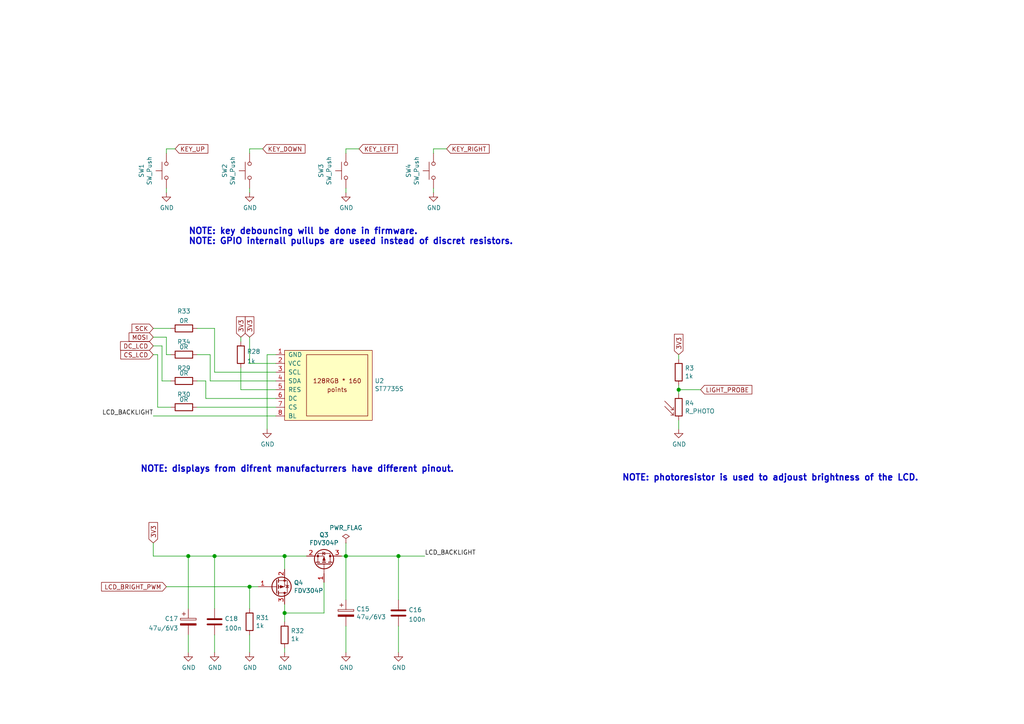
<source format=kicad_sch>
(kicad_sch (version 20210621) (generator eeschema)
  (paper "A4")
  (lib_symbols
    (symbol "Device:C" (pin_numbers hide) (pin_names (offset 0.254))
      (property "Reference" "C" (at 0.635 2.54 0))
      (property "Value" "C" (at 0.635 -2.54 0))
      (symbol "C_0_1"
        (polyline (pts (xy -2.032 -0.762) (xy 2.032 -0.762)) (stroke (width 0.508)))
        (polyline (pts (xy -2.032 0.762) (xy 2.032 0.762)) (stroke (width 0.508)))
      )
      (symbol "C_1_1"
        (pin passive line (at 0 3.81 270) (length 2.794) (name "~") (number "1"))
        (pin passive line (at 0 -3.81 90) (length 2.794) (name "~") (number "2"))
      )
    )
    (symbol "Device:CP" (pin_numbers hide) (pin_names (offset 0.254))
      (property "Reference" "C" (at 0.635 2.54 0))
      (property "Value" "CP" (at 0.635 -2.54 0))
      (symbol "CP_0_1"
        (rectangle (start -2.286 0.508) (end 2.286 1.016))
        (rectangle (start 2.286 -0.508) (end -2.286 -1.016) (fill (type outline)))
        (polyline (pts (xy -1.778 2.286) (xy -0.762 2.286)))
        (polyline (pts (xy -1.27 2.794) (xy -1.27 1.778)))
      )
      (symbol "CP_1_1"
        (pin passive line (at 0 3.81 270) (length 2.794) (name "~") (number "1"))
        (pin passive line (at 0 -3.81 90) (length 2.794) (name "~") (number "2"))
      )
    )
    (symbol "Device:Q_PMOS_GSD" (pin_names (offset 0) hide)
      (property "Reference" "Q" (at 5.08 1.27 0))
      (property "Value" "Q_PMOS_GSD" (at 5.08 -1.27 0))
      (symbol "Q_PMOS_GSD_0_1"
        (circle (center 1.651 0) (radius 2.794) (stroke (width 0.254)))
        (circle (center 2.54 -1.778) (radius 0.254) (fill (type outline)))
        (circle (center 2.54 1.778) (radius 0.254) (fill (type outline)))
        (polyline (pts (xy 0.254 0) (xy -2.54 0)))
        (polyline (pts (xy 0.254 1.905) (xy 0.254 -1.905)) (stroke (width 0.254)))
        (polyline (pts (xy 0.762 -1.27) (xy 0.762 -2.286)) (stroke (width 0.254)))
        (polyline (pts (xy 0.762 0.508) (xy 0.762 -0.508)) (stroke (width 0.254)))
        (polyline (pts (xy 0.762 2.286) (xy 0.762 1.27)) (stroke (width 0.254)))
        (polyline (pts (xy 2.54 2.54) (xy 2.54 1.778)))
        (polyline (pts (xy 2.54 -2.54) (xy 2.54 0) (xy 0.762 0)))
        (polyline (pts (xy 0.762 1.778) (xy 3.302 1.778) (xy 3.302 -1.778) (xy 0.762 -1.778)))
        (polyline (pts (xy 2.794 -0.508) (xy 2.921 -0.381) (xy 3.683 -0.381) (xy 3.81 -0.254)))
        (polyline (pts (xy 3.302 -0.381) (xy 2.921 0.254) (xy 3.683 0.254) (xy 3.302 -0.381)))
        (polyline (pts (xy 2.286 0) (xy 1.27 0.381) (xy 1.27 -0.381) (xy 2.286 0)) (fill (type outline)))
      )
      (symbol "Q_PMOS_GSD_1_1"
        (pin input line (at -5.08 0 0) (length 2.54) (name "G") (number "1"))
        (pin passive line (at 2.54 -5.08 90) (length 2.54) (name "S") (number "2"))
        (pin passive line (at 2.54 5.08 270) (length 2.54) (name "D") (number "3"))
      )
    )
    (symbol "Device:R" (pin_numbers hide) (pin_names (offset 0))
      (property "Reference" "R" (at 2.032 0 90))
      (property "Value" "R" (at 0 0 90))
      (symbol "R_0_1"
        (rectangle (start -1.016 -2.54) (end 1.016 2.54) (stroke (width 0.254)))
      )
      (symbol "R_1_1"
        (pin passive line (at 0 3.81 270) (length 1.27) (name "~") (number "1"))
        (pin passive line (at 0 -3.81 90) (length 1.27) (name "~") (number "2"))
      )
    )
    (symbol "Device:R_PHOTO" (pin_numbers hide) (pin_names (offset 0))
      (property "Reference" "R" (at 1.27 1.27 0))
      (property "Value" "R_PHOTO" (at 1.27 0 0))
      (symbol "R_PHOTO_0_1"
        (rectangle (start -1.016 2.54) (end 1.016 -2.54) (stroke (width 0.254)))
        (polyline (pts (xy -1.524 -2.286) (xy -4.064 0.254)))
        (polyline (pts (xy -1.524 -2.286) (xy -2.286 -2.286)))
        (polyline (pts (xy -1.524 -2.286) (xy -1.524 -1.524)))
        (polyline (pts (xy -1.524 -0.762) (xy -4.064 1.778)))
        (polyline (pts (xy -1.524 -0.762) (xy -2.286 -0.762)))
        (polyline (pts (xy -1.524 -0.762) (xy -1.524 0)))
      )
      (symbol "R_PHOTO_1_1"
        (pin passive line (at 0 3.81 270) (length 1.27) (name "~") (number "1"))
        (pin passive line (at 0 -3.81 90) (length 1.27) (name "~") (number "2"))
      )
    )
    (symbol "Logger:ST7735S" (pin_names (offset 1.016))
      (property "Reference" "U" (at 12.7 3.81 0))
      (property "Value" "ST7735S" (at 12.7 1.27 0))
      (symbol "ST7735S_0_0"
        (text "128RGB * 160" (at 15.24 -8.89 0) (effects (font (size 1.27 1.27))))
        (text "points" (at 15.24 -11.43 0) (effects (font (size 1.27 1.27))))
      )
      (symbol "ST7735S_0_1"
        (rectangle (start 6.35 -1.27) (end 24.13 -19.05))
        (rectangle (start 0 0) (end 25.4 -20.32) (fill (type background)))
      )
      (symbol "ST7735S_1_1"
        (pin input line (at -2.54 -1.27 0) (length 2.54) (name "GND") (number "1"))
        (pin power_in line (at -2.54 -3.81 0) (length 2.54) (name "VCC") (number "2"))
        (pin input line (at -2.54 -6.35 0) (length 2.54) (name "SCL") (number "3"))
        (pin input line (at -2.54 -8.89 0) (length 2.54) (name "SDA") (number "4"))
        (pin input line (at -2.54 -11.43 0) (length 2.54) (name "RES") (number "5"))
        (pin input line (at -2.54 -13.97 0) (length 2.54) (name "DC") (number "6"))
        (pin input line (at -2.54 -16.51 0) (length 2.54) (name "CS") (number "7"))
        (pin input line (at -2.54 -19.05 0) (length 2.54) (name "BL") (number "8"))
      )
    )
    (symbol "Switch:SW_Push" (pin_numbers hide) (pin_names (offset 1.016) hide)
      (property "Reference" "SW" (at 1.27 2.54 0))
      (property "Value" "SW_Push" (at 0 -1.524 0))
      (symbol "SW_Push_0_1"
        (circle (center -2.032 0) (radius 0.508))
        (circle (center 2.032 0) (radius 0.508))
        (polyline (pts (xy 0 1.27) (xy 0 3.048)))
        (polyline (pts (xy 2.54 1.27) (xy -2.54 1.27)))
        (pin passive line (at -5.08 0 0) (length 2.54) (name "1") (number "1"))
        (pin passive line (at 5.08 0 180) (length 2.54) (name "2") (number "2"))
      )
    )
    (symbol "power:GND" (power) (pin_names (offset 0))
      (property "Value" "GND" (at 0 -3.81 0))
      (symbol "GND_0_1"
        (polyline (pts (xy 0 0) (xy 0 -1.27) (xy 1.27 -1.27) (xy 0 -2.54) (xy -1.27 -1.27) (xy 0 -1.27)))
      )
      (symbol "GND_1_1"
        (pin power_in line (at 0 0 270) (length 0) hide (name "GND") (number "1"))
      )
    )
    (symbol "power:PWR_FLAG" (power) (pin_numbers hide) (pin_names (offset 0) hide)
      (property "Value" "PWR_FLAG" (at 0 3.81 0))
      (symbol "PWR_FLAG_0_0"
        (pin power_out line (at 0 0 90) (length 0) (name "pwr") (number "1"))
      )
      (symbol "PWR_FLAG_0_1"
        (polyline (pts (xy 0 0) (xy 0 1.27) (xy -1.016 1.905) (xy 0 2.54) (xy 1.016 1.905) (xy 0 1.27)))
      )
    )
  )
  (junction (at 54.61 161.29) (diameter 1.016))
  (junction (at 62.23 161.29) (diameter 1.016))
  (junction (at 72.39 170.18) (diameter 1.016))
  (junction (at 82.55 161.29) (diameter 1.016))
  (junction (at 82.55 177.8) (diameter 1.016))
  (junction (at 100.33 161.29) (diameter 1.016))
  (junction (at 115.57 161.29) (diameter 1.016))
  (junction (at 196.85 113.03) (diameter 1.016))
  (wire (pts (xy 44.45 95.25) (xy 49.53 95.25)))
  (wire (pts (xy 44.45 120.65) (xy 80.01 120.65)))
  (wire (pts (xy 44.45 161.29) (xy 44.45 157.48)))
  (wire (pts (xy 44.45 161.29) (xy 54.61 161.29)))
  (wire (pts (xy 45.72 102.87) (xy 44.45 102.87)))
  (wire (pts (xy 45.72 118.11) (xy 45.72 102.87)))
  (wire (pts (xy 46.99 100.33) (xy 44.45 100.33)))
  (wire (pts (xy 46.99 110.49) (xy 46.99 100.33)))
  (wire (pts (xy 48.26 43.18) (xy 48.26 44.45)))
  (wire (pts (xy 48.26 43.18) (xy 50.8 43.18)))
  (wire (pts (xy 48.26 55.88) (xy 48.26 54.61)))
  (wire (pts (xy 48.26 97.79) (xy 44.45 97.79)))
  (wire (pts (xy 48.26 102.87) (xy 48.26 97.79)))
  (wire (pts (xy 49.53 102.87) (xy 48.26 102.87)))
  (wire (pts (xy 49.53 110.49) (xy 46.99 110.49)))
  (wire (pts (xy 49.53 118.11) (xy 45.72 118.11)))
  (wire (pts (xy 54.61 161.29) (xy 62.23 161.29)))
  (wire (pts (xy 54.61 176.53) (xy 54.61 161.29)))
  (wire (pts (xy 54.61 189.23) (xy 54.61 184.15)))
  (wire (pts (xy 57.15 95.25) (xy 62.23 95.25)))
  (wire (pts (xy 57.15 118.11) (xy 80.01 118.11)))
  (wire (pts (xy 59.69 110.49) (xy 57.15 110.49)))
  (wire (pts (xy 59.69 115.57) (xy 59.69 110.49)))
  (wire (pts (xy 60.96 102.87) (xy 57.15 102.87)))
  (wire (pts (xy 60.96 110.49) (xy 60.96 102.87)))
  (wire (pts (xy 62.23 107.95) (xy 62.23 95.25)))
  (wire (pts (xy 62.23 161.29) (xy 62.23 176.53)))
  (wire (pts (xy 62.23 161.29) (xy 82.55 161.29)))
  (wire (pts (xy 62.23 189.23) (xy 62.23 184.15)))
  (wire (pts (xy 69.85 97.79) (xy 69.85 99.06)))
  (wire (pts (xy 69.85 106.68) (xy 69.85 113.03)))
  (wire (pts (xy 69.85 113.03) (xy 80.01 113.03)))
  (wire (pts (xy 72.39 43.18) (xy 72.39 44.45)))
  (wire (pts (xy 72.39 43.18) (xy 76.2 43.18)))
  (wire (pts (xy 72.39 55.88) (xy 72.39 54.61)))
  (wire (pts (xy 72.39 97.79) (xy 72.39 105.41)))
  (wire (pts (xy 72.39 105.41) (xy 80.01 105.41)))
  (wire (pts (xy 72.39 170.18) (xy 48.26 170.18)))
  (wire (pts (xy 72.39 170.18) (xy 74.93 170.18)))
  (wire (pts (xy 72.39 176.53) (xy 72.39 170.18)))
  (wire (pts (xy 72.39 184.15) (xy 72.39 189.23)))
  (wire (pts (xy 77.47 102.87) (xy 77.47 124.46)))
  (wire (pts (xy 80.01 102.87) (xy 77.47 102.87)))
  (wire (pts (xy 80.01 107.95) (xy 62.23 107.95)))
  (wire (pts (xy 80.01 110.49) (xy 60.96 110.49)))
  (wire (pts (xy 80.01 115.57) (xy 59.69 115.57)))
  (wire (pts (xy 82.55 161.29) (xy 82.55 165.1)))
  (wire (pts (xy 82.55 175.26) (xy 82.55 177.8)))
  (wire (pts (xy 82.55 177.8) (xy 82.55 180.34)))
  (wire (pts (xy 82.55 177.8) (xy 93.98 177.8)))
  (wire (pts (xy 82.55 187.96) (xy 82.55 189.23)))
  (wire (pts (xy 88.9 161.29) (xy 82.55 161.29)))
  (wire (pts (xy 93.98 168.91) (xy 93.98 177.8)))
  (wire (pts (xy 99.06 161.29) (xy 100.33 161.29)))
  (wire (pts (xy 100.33 43.18) (xy 100.33 44.45)))
  (wire (pts (xy 100.33 55.88) (xy 100.33 54.61)))
  (wire (pts (xy 100.33 157.48) (xy 100.33 161.29)))
  (wire (pts (xy 100.33 161.29) (xy 100.33 173.99)))
  (wire (pts (xy 100.33 161.29) (xy 115.57 161.29)))
  (wire (pts (xy 100.33 189.23) (xy 100.33 181.61)))
  (wire (pts (xy 104.14 43.18) (xy 100.33 43.18)))
  (wire (pts (xy 115.57 161.29) (xy 115.57 173.99)))
  (wire (pts (xy 115.57 161.29) (xy 123.19 161.29)))
  (wire (pts (xy 115.57 189.23) (xy 115.57 181.61)))
  (wire (pts (xy 125.73 43.18) (xy 125.73 44.45)))
  (wire (pts (xy 125.73 55.88) (xy 125.73 54.61)))
  (wire (pts (xy 129.54 43.18) (xy 125.73 43.18)))
  (wire (pts (xy 196.85 102.87) (xy 196.85 104.14)))
  (wire (pts (xy 196.85 111.76) (xy 196.85 113.03)))
  (wire (pts (xy 196.85 113.03) (xy 196.85 114.3)))
  (wire (pts (xy 196.85 113.03) (xy 203.2 113.03)))
  (wire (pts (xy 196.85 124.46) (xy 196.85 121.92)))
  (text "NOTE: displays from difrent manufacturrers have different pinout." (at 40.64 137.16 0) (effects (font (size 1.8034 1.8034) (thickness 0.3607) bold) (justify left bottom)))
  (text "NOTE: key debouncing will be done in firmware.\nNOTE: GPIO internall pullups are useed instead of discret resistors." (at 54.61 71.12 0) (effects (font (size 1.8034 1.8034) (thickness 0.3607) bold) (justify left bottom)))
  (text "NOTE: photoresistor is used to adjoust brightness of the LCD." (at 180.34 139.7 0) (effects (font (size 1.8034 1.8034) (thickness 0.3607) bold) (justify left bottom)))
  (label "LCD_BACKLIGHT" (at 44.45 120.65 180))
  (label "LCD_BACKLIGHT" (at 123.19 161.29 0))
  (global_label "SCK" (shape input) (at 44.45 95.25 180) (property "Intersheet References" "${INTERSHEET_REFS}" (effects hide)))
  (global_label "MOSI" (shape input) (at 44.45 97.79 180) (property "Intersheet References" "${INTERSHEET_REFS}" (effects hide)))
  (global_label "DC_LCD" (shape input) (at 44.45 100.33 180) (property "Intersheet References" "${INTERSHEET_REFS}" (effects hide)))
  (global_label "CS_LCD" (shape input) (at 44.45 102.87 180) (property "Intersheet References" "${INTERSHEET_REFS}" (effects hide)))
  (global_label "3V3" (shape input) (at 44.45 157.48 90) (property "Intersheet References" "${INTERSHEET_REFS}" (effects hide)))
  (global_label "LCD_BRIGHT_PWM" (shape input) (at 48.26 170.18 180) (property "Intersheet References" "${INTERSHEET_REFS}" (effects hide)))
  (global_label "KEY_UP" (shape input) (at 50.8 43.18 0) (property "Intersheet References" "${INTERSHEET_REFS}" (effects hide)))
  (global_label "3V3" (shape input) (at 69.85 97.79 90) (property "Intersheet References" "${INTERSHEET_REFS}" (effects hide)))
  (global_label "3V3" (shape input) (at 72.39 97.79 90) (property "Intersheet References" "${INTERSHEET_REFS}" (effects hide)))
  (global_label "KEY_DOWN" (shape input) (at 76.2 43.18 0) (property "Intersheet References" "${INTERSHEET_REFS}" (effects hide)))
  (global_label "KEY_LEFT" (shape input) (at 104.14 43.18 0) (property "Intersheet References" "${INTERSHEET_REFS}" (effects hide)))
  (global_label "KEY_RIGHT" (shape input) (at 129.54 43.18 0) (property "Intersheet References" "${INTERSHEET_REFS}" (effects hide)))
  (global_label "3V3" (shape input) (at 196.85 102.87 90) (property "Intersheet References" "${INTERSHEET_REFS}" (effects hide)))
  (global_label "LIGHT_PROBE" (shape input) (at 203.2 113.03 0) (property "Intersheet References" "${INTERSHEET_REFS}" (effects hide)))
  (symbol (lib_id "power:PWR_FLAG") (at 100.33 157.48 0) (unit 1)
    (property "Reference" "#FLG02" (effects hide))
    (property "Value" "PWR_FLAG" (at 100.33 153.0858 0))
  )
  (symbol (lib_id "power:GND") (at 48.26 55.88 0) (unit 1)
    (property "Reference" "#PWR03" (effects hide))
    (property "Value" "GND" (at 48.387 60.2742 0))
  )
  (symbol (lib_id "power:GND") (at 54.61 189.23 0) (unit 1)
    (property "Reference" "#PWR02" (effects hide))
    (property "Value" "GND" (at 54.737 193.6242 0))
  )
  (symbol (lib_id "power:GND") (at 62.23 189.23 0) (unit 1)
    (property "Reference" "#PWR04" (effects hide))
    (property "Value" "GND" (at 62.357 193.6242 0))
  )
  (symbol (lib_id "power:GND") (at 72.39 55.88 0) (unit 1)
    (property "Reference" "#PWR05" (effects hide))
    (property "Value" "GND" (at 72.517 60.2742 0))
  )
  (symbol (lib_id "power:GND") (at 72.39 189.23 0) (unit 1)
    (property "Reference" "#PWR07" (effects hide))
    (property "Value" "GND" (at 72.517 193.6242 0))
  )
  (symbol (lib_id "power:GND") (at 77.47 124.46 0) (unit 1)
    (property "Reference" "#PWR01" (effects hide))
    (property "Value" "GND" (at 77.597 128.8542 0))
  )
  (symbol (lib_id "power:GND") (at 82.55 189.23 0) (unit 1)
    (property "Reference" "#PWR08" (effects hide))
    (property "Value" "GND" (at 82.677 193.6242 0))
  )
  (symbol (lib_id "power:GND") (at 100.33 55.88 0) (unit 1)
    (property "Reference" "#PWR09" (effects hide))
    (property "Value" "GND" (at 100.457 60.2742 0))
  )
  (symbol (lib_id "power:GND") (at 100.33 189.23 0) (unit 1)
    (property "Reference" "#PWR012" (effects hide))
    (property "Value" "GND" (at 100.457 193.6242 0))
  )
  (symbol (lib_id "power:GND") (at 115.57 189.23 0) (unit 1)
    (property "Reference" "#PWR036" (effects hide))
    (property "Value" "GND" (at 115.697 193.6242 0))
  )
  (symbol (lib_id "power:GND") (at 125.73 55.88 0) (unit 1)
    (property "Reference" "#PWR011" (effects hide))
    (property "Value" "GND" (at 125.857 60.2742 0))
  )
  (symbol (lib_id "power:GND") (at 196.85 124.46 0) (unit 1)
    (property "Reference" "#PWR06" (effects hide))
    (property "Value" "GND" (at 196.977 128.8542 0))
  )
  (symbol (lib_id "Device:R") (at 53.34 95.25 90) (unit 1)
    (property "Reference" "R33" (at 53.34 90.2674 90))
    (property "Value" "0R" (at 53.34 93.0425 90))
    (property "Footprint" "Resistor_SMD:R_0805_2012Metric" (effects hide))
  )
  (symbol (lib_id "Device:R") (at 53.34 102.87 90) (unit 1)
    (property "Reference" "R34" (at 53.34 99.1574 90))
    (property "Value" "0R" (at 53.34 100.6625 90))
    (property "Footprint" "Resistor_SMD:R_0805_2012Metric" (effects hide))
  )
  (symbol (lib_id "Device:R") (at 53.34 110.49 90) (unit 1)
    (property "Reference" "R29" (at 53.34 106.7774 90))
    (property "Value" "0R" (at 53.34 108.2825 90))
    (property "Footprint" "Resistor_SMD:R_0805_2012Metric" (effects hide))
  )
  (symbol (lib_id "Device:R") (at 53.34 118.11 90) (unit 1)
    (property "Reference" "R30" (at 53.34 114.3974 90))
    (property "Value" "0R" (at 53.34 115.9025 90))
    (property "Footprint" "Resistor_SMD:R_0805_2012Metric" (effects hide))
  )
  (symbol (lib_id "Device:R") (at 69.85 102.87 0) (unit 1)
    (property "Reference" "R28" (at 71.6281 101.9615 0) (effects (justify left)))
    (property "Value" "1k" (at 71.6281 104.7366 0) (effects (justify left)))
    (property "Footprint" "Resistor_SMD:R_0805_2012Metric" (effects hide))
  )
  (symbol (lib_id "Device:R") (at 72.39 180.34 0) (unit 1)
    (property "Reference" "R31" (at 74.168 179.1716 0) (effects (justify left)))
    (property "Value" "1k" (at 74.168 181.483 0) (effects (justify left)))
    (property "Footprint" "Resistor_SMD:R_0805_2012Metric" (effects hide))
  )
  (symbol (lib_id "Device:R") (at 82.55 184.15 0) (unit 1)
    (property "Reference" "R32" (at 84.328 182.9816 0) (effects (justify left)))
    (property "Value" "1k" (at 84.328 185.293 0) (effects (justify left)))
    (property "Footprint" "Resistor_SMD:R_0805_2012Metric" (effects hide))
  )
  (symbol (lib_id "Device:R") (at 196.85 107.95 0) (unit 1)
    (property "Reference" "R3" (at 198.628 106.7816 0) (effects (justify left)))
    (property "Value" "1k" (at 198.628 109.093 0) (effects (justify left)))
    (property "Footprint" "Resistor_SMD:R_0805_2012Metric" (effects hide))
  )
  (symbol (lib_id "Device:CP") (at 54.61 180.34 0) (unit 1)
    (property "Reference" "C17" (at 51.6889 179.4315 0) (effects (justify right)))
    (property "Value" "47u/6V3" (at 51.6889 182.2066 0) (effects (justify right)))
    (property "Footprint" "Capacitor_Tantalum_SMD:CP_EIA-3528-21_Kemet-B" (effects hide))
  )
  (symbol (lib_id "Device:C") (at 62.23 180.34 0) (unit 1)
    (property "Reference" "C18" (at 65.1511 179.4315 0) (effects (justify left)))
    (property "Value" "100n" (at 65.1511 182.2066 0) (effects (justify left)))
    (property "Footprint" "Capacitor_SMD:C_0805_2012Metric" (effects hide))
  )
  (symbol (lib_id "Device:CP") (at 100.33 177.8 0) (unit 1)
    (property "Reference" "C15" (at 103.3272 176.6316 0) (effects (justify left)))
    (property "Value" "47u/6V3" (at 103.3272 178.943 0) (effects (justify left)))
    (property "Footprint" "Capacitor_Tantalum_SMD:CP_EIA-3528-21_Kemet-B" (effects hide))
  )
  (symbol (lib_id "Device:C") (at 115.57 177.8 0) (unit 1)
    (property "Reference" "C16" (at 118.4911 176.8915 0) (effects (justify left)))
    (property "Value" "100n" (at 118.4911 179.6666 0) (effects (justify left)))
    (property "Footprint" "Capacitor_SMD:C_0805_2012Metric" (effects hide))
  )
  (symbol (lib_id "Switch:SW_Push") (at 48.26 49.53 90) (unit 1)
    (property "Reference" "SW1" (at 41.021 49.53 0))
    (property "Value" "SW_Push" (at 43.3324 49.53 0))
    (property "Footprint" "Button_Switch_SMD:SW_SPST_PTS645" (effects hide))
  )
  (symbol (lib_id "Switch:SW_Push") (at 72.39 49.53 90) (unit 1)
    (property "Reference" "SW2" (at 65.151 49.53 0))
    (property "Value" "SW_Push" (at 67.4624 49.53 0))
    (property "Footprint" "Button_Switch_SMD:SW_SPST_PTS645" (effects hide))
  )
  (symbol (lib_id "Switch:SW_Push") (at 100.33 49.53 90) (unit 1)
    (property "Reference" "SW3" (at 93.091 49.53 0))
    (property "Value" "SW_Push" (at 95.4024 49.53 0))
    (property "Footprint" "Button_Switch_SMD:SW_SPST_PTS645" (effects hide))
  )
  (symbol (lib_id "Switch:SW_Push") (at 125.73 49.53 90) (unit 1)
    (property "Reference" "SW4" (at 118.491 49.53 0))
    (property "Value" "SW_Push" (at 120.8024 49.53 0))
    (property "Footprint" "Button_Switch_SMD:SW_SPST_PTS645" (effects hide))
  )
  (symbol (lib_id "Device:R_PHOTO") (at 196.85 118.11 0) (unit 1)
    (property "Reference" "R4" (at 198.628 116.9416 0) (effects (justify left)))
    (property "Value" "R_PHOTO" (at 198.628 119.253 0) (effects (justify left)))
    (property "Footprint" "OptoDevice:R_LDR_7x6mm_P5.1mm_Vertical" (effects hide))
  )
  (symbol (lib_id "Device:Q_PMOS_GSD") (at 80.01 170.18 0) (mirror x) (unit 1)
    (property "Reference" "Q4" (at 85.217 169.0116 0) (effects (justify left)))
    (property "Value" "FDV304P" (at 85.217 171.323 0) (effects (justify left)))
    (property "Footprint" "Package_TO_SOT_SMD:SOT-23" (effects hide))
    (property "Datasheet" "https://www.tme.eu/Document/ac19ef9dcb7c8350177895b6b37394d9/FDV304P.pdf" (effects hide))
  )
  (symbol (lib_id "Device:Q_PMOS_GSD") (at 93.98 163.83 270) (mirror x) (unit 1)
    (property "Reference" "Q3" (at 93.98 155.1432 90))
    (property "Value" "FDV304P" (at 93.98 157.4546 90))
    (property "Footprint" "Package_TO_SOT_SMD:SOT-23" (effects hide))
    (property "Datasheet" "https://www.tme.eu/Document/ac19ef9dcb7c8350177895b6b37394d9/FDV304P.pdf" (effects hide))
  )
  (symbol (lib_id "Logger:ST7735S") (at 82.55 101.6 0) (unit 1)
    (property "Reference" "U2" (at 108.6612 110.4646 0) (effects (justify left)))
    (property "Value" "ST7735S" (at 108.6612 112.776 0) (effects (justify left)))
    (property "Footprint" "Logger:ST7735S" (effects hide))
    (property "Datasheet" "https://fr.aliexpress.com/item/32880822720.html?spm=a2g0s.9042311.0.0.27426c37dWDL7m" (effects hide))
  )
)
</source>
